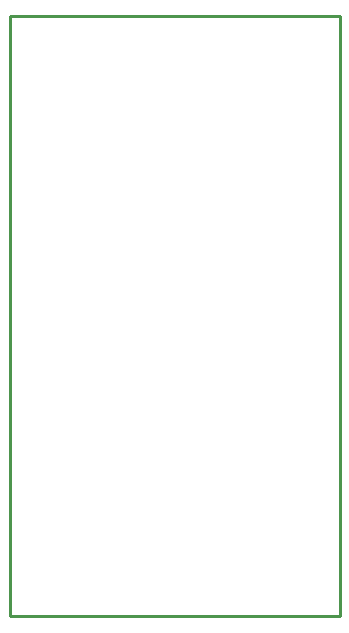
<source format=gbr>
%TF.GenerationSoftware,Altium Limited,Altium Designer,23.3.1 (30)*%
G04 Layer_Color=16711935*
%FSLAX45Y45*%
%MOMM*%
%TF.SameCoordinates,796C1B80-4156-4CD7-A6E5-B9CE5994D65D*%
%TF.FilePolarity,Positive*%
%TF.FileFunction,Other,Mechanical_1*%
%TF.Part,Single*%
G01*
G75*
%TA.AperFunction,NonConductor*%
%ADD23C,0.25400*%
D23*
X7620000Y5588000D02*
Y10668000D01*
X10414000D01*
Y5588000D02*
Y10668000D01*
X7620000Y5588000D02*
X10414000D01*
%TF.MD5,8ef6aa6cf253ba4b0d0bd44793e530f3*%
M02*

</source>
